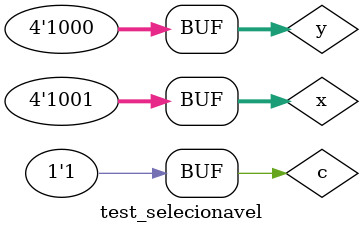
<source format=v>

	module selecionavel (output [3:0]saida_xor, output [3:0]saida_or, output [3:0]saida_xnor, output [3:0]saida_nor, output [0:0]saida_not, output [7:0]s1, 
								output [7:0]s2, output [3:0]saida0, output [3:0]saida1, input [3:0]entrada1, input [3:0]entrada2, input [0:0]chave);
	//---XOR				
		xor XOR1(saida_xor[0], entrada1[0], entrada2[0]);
		xor XOR2(saida_xor[1], entrada1[1], entrada2[1]);
		xor XOR3(saida_xor[2], entrada1[2], entrada2[2]);
		xor XOR4(saida_xor[3], entrada1[3], entrada2[3]);
	//---OR	
		or OR1(saida_or[0], entrada1[0], entrada2[0]);
		or OR2(saida_or[1], entrada1[1], entrada2[1]);
		or OR3(saida_or[2], entrada1[2], entrada2[2]);
		or OR4(saida_or[3], entrada1[3], entrada2[3]); 
	//---OR		 
		xor XNOR1(saida_xnor[0], entrada1[0], entrada2[0]);
		xor XNOR2(saida_xnor[1], entrada1[1], entrada2[1]);
		xor XNOR3(saida_xnor[2], entrada1[2], entrada2[2]);
		xor XNOR4(saida_xnor[3], entrada1[3], entrada2[3]);
	//---OR	
		or NOR1(saida_nor[0], entrada1[0], entrada2[0]);
		or NOR2(saida_nor[1], entrada1[1], entrada2[1]);
		or NOR3(saida_nor[2], entrada1[2], entrada2[2]);
		or NOR4(saida_nor[3], entrada1[3], entrada2[3]);
	//---NOT		 
		not NOT1(saida_not[0], chave[0]); 
	//---AND		 
		and AND1(s1[0], saida_xor[0], chave[0]);
		and AND2(s1[1], saida_xor[1], chave[0]);
		and AND3(s1[2], saida_xor[2], chave[0]);
		and AND4(s1[3], saida_xor[3], chave[0]);
	//---AND		
		and AND5(s1[4], saida_or[0], saida_not[0]);
		and AND6(s1[5], saida_or[1], saida_not[0]);
		and AND7(s1[6], saida_or[2], saida_not[0]);
		and AND8(s1[7], saida_or[3], saida_not[0]);
	//---AND			 
		and AND9(s2[0], saida_xnor[0], chave[0]);
		and AND10(s2[1], saida_xnor[1], chave[0]);
		and AND11(s2[2], saida_xnor[2], chave[0]);
		and AND12(s2[3], saida_xnor[3], chave[0]);
	//---AND		
		and AND13(s2[4], saida_nor[0], saida_not[0]);
		and AND14(s2[5], saida_nor[1], saida_not[0]);
		and AND15(s2[6], saida_nor[2], saida_not[0]);
		and AND16(s2[7], saida_nor[3], saida_not[0]);
	//---OR		 
		or OR1(saida0[0], s1[0], s1[4]);
		or OR2(saida0[1], s1[1], s1[5]);
		or OR3(saida0[2], s1[2], s1[6]);
		or OR4(saida0[3], s1[3], s1[7]); 
	//---OR		 
		or OR5(saida1[0], s2[1], s2[4]);
		or OR6(saida1[1], s2[2], s2[5]);
		or OR7(saida1[2], s2[3], s2[6]);
		or OR8(saida1[3], s2[4], s2[7]);

	endmodule //selecionavel

// ------------------------- 
// -- test selecionavel
// -------------------------
	 module test_selecionavel; 
// ------------------------- definir dados 
		reg  [3:0] x;
		reg  [3:0] y;
		reg  [0:0] c;
			 
		wire [3:0] w;
		wire [3:0] k;
		wire [3:0] t;
		wire [3:0] z;
		wire [0:0] a;
		wire [7:0] h;
		wire [7:0] p;
		wire [3:0] s0;
		wire [3:0] s1;
		
		selecionavel modulo (w, k, t, z, a, h, p, s0, s1 ,x ,y , c);
	  
// ------------------------- parte principal 
	 initial begin
		$display("Exemplo0034 - João Henrique Mendes de Oliveira - 392734");
      $display("Test LU's module:\n");
      #1 x = 4'b0101; y = 4'b1010; c = 0;
		$monitor("\tChave = %1b\n x = %4b  y = %4b  Resultado = %4b  Saída ==> %4b\n", c, x, y, s0, s1);
		#1 x = 4'b0101; y = 4'b1010; c = 1;
		
		#1 x = 4'b1111; y = 4'b0000; c = 0;
		#1 x = 4'b1111; y = 4'b0000; c = 1;
		
		#1 x = 4'b1001; y = 4'b1000; c = 0;
		#1 x = 4'b1001; y = 4'b1000; c = 1;
	 end
	endmodule // test_selecionavel
</source>
